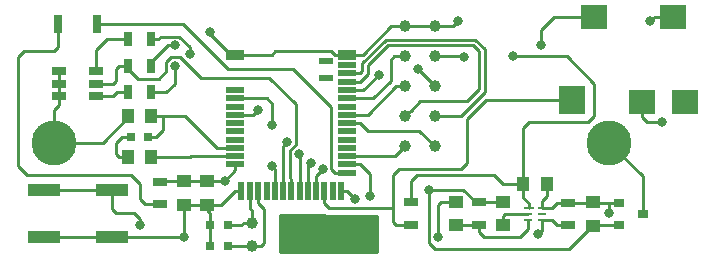
<source format=gtl>
G04 #@! TF.GenerationSoftware,KiCad,Pcbnew,no-vcs-found-e5c4cfc~61~ubuntu16.04.1*
G04 #@! TF.CreationDate,2017-11-03T16:10:43+05:30*
G04 #@! TF.ProjectId,snap_rev2,736E61705F726576322E6B696361645F,rev?*
G04 #@! TF.SameCoordinates,Original*
G04 #@! TF.FileFunction,Copper,L1,Top,Signal*
G04 #@! TF.FilePolarity,Positive*
%FSLAX46Y46*%
G04 Gerber Fmt 4.6, Leading zero omitted, Abs format (unit mm)*
G04 Created by KiCad (PCBNEW no-vcs-found-e5c4cfc~61~ubuntu16.04.1) date Fri Nov  3 16:10:43 2017*
%MOMM*%
%LPD*%
G01*
G04 APERTURE LIST*
%ADD10C,3.800000*%
%ADD11R,0.700000X1.300000*%
%ADD12R,0.750000X1.600000*%
%ADD13C,1.000000*%
%ADD14R,1.200000X0.500000*%
%ADD15R,1.600000X0.900000*%
%ADD16R,1.600000X0.500000*%
%ADD17R,0.500000X1.600000*%
%ADD18R,0.850000X0.280000*%
%ADD19R,0.750000X0.280000*%
%ADD20R,1.300000X0.700000*%
%ADD21R,0.900000X0.800000*%
%ADD22R,1.250000X1.000000*%
%ADD23R,1.000000X1.250000*%
%ADD24R,0.800000X0.750000*%
%ADD25R,2.200000X2.000000*%
%ADD26R,2.200000X2.400000*%
%ADD27R,2.750000X1.000000*%
%ADD28C,0.800000*%
%ADD29C,0.250000*%
%ADD30C,0.254000*%
G04 APERTURE END LIST*
D10*
X102000000Y-100000000D03*
X55000000Y-100000000D03*
D11*
X61300000Y-93500000D03*
X63200000Y-93500000D03*
D12*
X55375000Y-90000000D03*
X58625000Y-90000000D03*
D13*
X84730000Y-100330000D03*
X84730000Y-97790000D03*
X84730000Y-95250000D03*
X84730000Y-92710000D03*
X84730000Y-90170000D03*
X87270000Y-90170000D03*
X87270000Y-92710000D03*
X87270000Y-95250000D03*
X87270000Y-97790000D03*
X87270000Y-100330000D03*
D14*
X78000000Y-94500000D03*
X78000000Y-93100000D03*
D15*
X79850000Y-92550000D03*
D16*
X79850000Y-93450000D03*
X79850000Y-94150000D03*
X79850000Y-94850000D03*
X79850000Y-95550000D03*
X79850000Y-96250000D03*
X79850000Y-96950000D03*
X79850000Y-97650000D03*
X79850000Y-98350000D03*
X79850000Y-99050000D03*
X79850000Y-99750000D03*
X79850000Y-100450000D03*
X79850000Y-101150000D03*
X79850000Y-101850000D03*
X79850000Y-102550000D03*
D17*
X79300000Y-104100000D03*
X78600000Y-104100000D03*
X77900000Y-104100000D03*
X77200000Y-104100000D03*
X76500000Y-104100000D03*
X75800000Y-104100000D03*
X75100000Y-104100000D03*
X74400000Y-104100000D03*
X73700000Y-104100000D03*
X73000000Y-104100000D03*
X72300000Y-104100000D03*
X71600000Y-104100000D03*
D16*
X70350000Y-101850000D03*
X70350000Y-101150000D03*
X70350000Y-100450000D03*
X70350000Y-99750000D03*
X70350000Y-99050000D03*
X70350000Y-98350000D03*
X70350000Y-97650000D03*
X70350000Y-96950000D03*
X70350000Y-96250000D03*
D15*
X70350000Y-92550000D03*
D16*
X70350000Y-95550000D03*
D17*
X70800000Y-104100000D03*
D18*
X95197000Y-105545000D03*
D19*
X95147000Y-106045000D03*
X95147000Y-106545000D03*
X96297000Y-106545000D03*
X96297000Y-106045000D03*
X96297000Y-105545000D03*
D20*
X64000000Y-105200000D03*
X64000000Y-103300000D03*
D11*
X61300000Y-95750000D03*
X63200000Y-95750000D03*
X61300000Y-91250000D03*
X63200000Y-91250000D03*
D20*
X85250000Y-106950000D03*
X85250000Y-105050000D03*
X98516000Y-105095000D03*
X98516000Y-106995000D03*
X91000000Y-106950000D03*
X91000000Y-105050000D03*
D21*
X102850000Y-105095000D03*
X102850000Y-106995000D03*
X104850000Y-106045000D03*
D22*
X93000000Y-105000000D03*
X93000000Y-107000000D03*
D23*
X61250000Y-101250000D03*
X63250000Y-101250000D03*
D24*
X61500000Y-99500000D03*
X63000000Y-99500000D03*
D20*
X55450000Y-93900000D03*
X55450000Y-95000000D03*
X55450000Y-96100000D03*
X58550000Y-96100000D03*
X58550000Y-95000000D03*
X58550000Y-93900000D03*
D23*
X94722000Y-103505000D03*
X96722000Y-103505000D03*
D24*
X68250000Y-108750000D03*
X69750000Y-108750000D03*
D22*
X68000000Y-103250000D03*
X68000000Y-105250000D03*
D24*
X68250000Y-107000000D03*
X69750000Y-107000000D03*
D22*
X66000000Y-103250000D03*
X66000000Y-105250000D03*
X89000000Y-107000000D03*
X89000000Y-105000000D03*
X100675000Y-107045000D03*
X100675000Y-105045000D03*
D23*
X63250000Y-97750000D03*
X61250000Y-97750000D03*
D25*
X107400000Y-89400000D03*
X100700000Y-89400000D03*
X108400000Y-96600000D03*
X104800000Y-96600000D03*
D26*
X98900000Y-96400000D03*
D27*
X59875000Y-104000000D03*
X54125000Y-104000000D03*
X54125000Y-108000000D03*
X59875000Y-108000000D03*
D13*
X71750000Y-106850000D03*
X71750000Y-108750000D03*
D28*
X66000000Y-108000000D03*
X102000008Y-106000000D03*
X87500000Y-108000000D03*
X68230832Y-90647776D03*
X78250000Y-107750000D03*
X80500000Y-104750000D03*
X89250000Y-89750000D03*
X105500000Y-89750000D03*
X72250000Y-97249966D03*
X86737340Y-104012660D03*
X69500000Y-103250000D03*
X93851531Y-92675766D03*
X89750000Y-92750000D03*
X73500000Y-98500000D03*
X96000000Y-107750000D03*
X62250000Y-107000000D03*
X81750000Y-104500000D03*
X85794134Y-93794136D03*
X82500000Y-94250000D03*
X65250000Y-93500000D03*
X73500000Y-102000000D03*
X65250000Y-91750000D03*
X75750000Y-101000000D03*
X66500000Y-92500000D03*
X74696207Y-99955472D03*
X96250000Y-91750000D03*
X77749662Y-102276421D03*
X76750000Y-101750000D03*
X106500000Y-98250000D03*
D29*
X107400000Y-89400000D02*
X105850000Y-89400000D01*
X105850000Y-89400000D02*
X105500000Y-89750000D01*
X62500000Y-108000000D02*
X66000000Y-108000000D01*
X59875000Y-108000000D02*
X62500000Y-108000000D01*
X59875000Y-108000000D02*
X54125000Y-108000000D01*
X55450000Y-96800000D02*
X55000000Y-97250000D01*
X55000000Y-97250000D02*
X55000000Y-100000000D01*
X55450000Y-96100000D02*
X55450000Y-96800000D01*
X55450000Y-95000000D02*
X55450000Y-96100000D01*
X55450000Y-93900000D02*
X55450000Y-95000000D01*
X59125000Y-100000000D02*
X55000000Y-100000000D01*
X61250000Y-97750000D02*
X61250000Y-97875000D01*
X61250000Y-97875000D02*
X59125000Y-100000000D01*
X66000000Y-105250000D02*
X66000000Y-108000000D01*
X79850000Y-92550000D02*
X81200000Y-92550000D01*
X81200000Y-92550000D02*
X83580000Y-90170000D01*
X83580000Y-90170000D02*
X84022894Y-90170000D01*
X84022894Y-90170000D02*
X84730000Y-90170000D01*
X79850000Y-92550000D02*
X78800000Y-92550000D01*
X78800000Y-92550000D02*
X78500000Y-92250000D01*
X78500000Y-92250000D02*
X73750000Y-92250000D01*
X73750000Y-92250000D02*
X73450000Y-92550000D01*
X73450000Y-92550000D02*
X70350000Y-92550000D01*
X102850000Y-105095000D02*
X102000000Y-105095000D01*
X102000000Y-105095000D02*
X100725000Y-105095000D01*
X102000008Y-106000000D02*
X102000008Y-105095008D01*
X102000008Y-105095008D02*
X102000000Y-105095000D01*
X87500000Y-108000000D02*
X87500000Y-105250000D01*
X87500000Y-105250000D02*
X87750000Y-105000000D01*
X87750000Y-105000000D02*
X89000000Y-105000000D01*
X70000000Y-92550000D02*
X68230832Y-90780832D01*
X68230832Y-90780832D02*
X68230832Y-90647776D01*
X70350000Y-92550000D02*
X70000000Y-92550000D01*
X79850000Y-104100000D02*
X80500000Y-104750000D01*
X79300000Y-104100000D02*
X79850000Y-104100000D01*
X87270000Y-90170000D02*
X88830000Y-90170000D01*
X88830000Y-90170000D02*
X89250000Y-89750000D01*
X70800000Y-104100000D02*
X70300000Y-104100000D01*
X70300000Y-104100000D02*
X69150000Y-105250000D01*
X69150000Y-105250000D02*
X68000000Y-105250000D01*
X87270000Y-90170000D02*
X84730000Y-90170000D01*
X63250000Y-97750000D02*
X64250000Y-97750000D01*
X64250000Y-97750000D02*
X66136410Y-97750000D01*
X63000000Y-99500000D02*
X63650000Y-99500000D01*
X63650000Y-99500000D02*
X64250000Y-98900000D01*
X64250000Y-98900000D02*
X64250000Y-97750000D01*
X66136410Y-97750000D02*
X68836410Y-100450000D01*
X68836410Y-100450000D02*
X70350000Y-100450000D01*
X71849966Y-97650000D02*
X72250000Y-97249966D01*
X70350000Y-97650000D02*
X71849966Y-97650000D01*
X90700000Y-105050000D02*
X89662660Y-104012660D01*
X86737340Y-108487340D02*
X86737340Y-104012660D01*
X98595000Y-109000000D02*
X87250000Y-109000000D01*
X100675000Y-107045000D02*
X100550000Y-107045000D01*
X89662660Y-104012660D02*
X86737340Y-104012660D01*
X91000000Y-105050000D02*
X90700000Y-105050000D01*
X100550000Y-107045000D02*
X98595000Y-109000000D01*
X87250000Y-109000000D02*
X86737340Y-108487340D01*
X94722000Y-103505000D02*
X94722000Y-98778000D01*
X94722000Y-98778000D02*
X95250000Y-98250000D01*
X95250000Y-98250000D02*
X100250000Y-98250000D01*
X100250000Y-98250000D02*
X100750000Y-97750000D01*
X100750000Y-97750000D02*
X100750000Y-95000000D01*
X100750000Y-95000000D02*
X98425766Y-92675766D01*
X98425766Y-92675766D02*
X93851531Y-92675766D01*
X85250000Y-105050000D02*
X85250000Y-103250000D01*
X85250000Y-103250000D02*
X85750000Y-102750000D01*
X85750000Y-102750000D02*
X92245000Y-102750000D01*
X92245000Y-102750000D02*
X93000000Y-103505000D01*
X93000000Y-103505000D02*
X94722000Y-103505000D01*
X69450000Y-103250000D02*
X69500000Y-103250000D01*
X87270000Y-92710000D02*
X89710000Y-92710000D01*
X89710000Y-92710000D02*
X89750000Y-92750000D01*
X66000000Y-103250000D02*
X64050000Y-103250000D01*
X64050000Y-103250000D02*
X64000000Y-103300000D01*
X61300000Y-95750000D02*
X60350000Y-95750000D01*
X60350000Y-95750000D02*
X60000000Y-96100000D01*
X60000000Y-96100000D02*
X58550000Y-96100000D01*
X60250000Y-94750000D02*
X60000000Y-95000000D01*
X60000000Y-95000000D02*
X58550000Y-95000000D01*
X60250000Y-93750000D02*
X60250000Y-94750000D01*
X60500000Y-93500000D02*
X60250000Y-93750000D01*
X61300000Y-93500000D02*
X60500000Y-93500000D01*
X75100000Y-104100000D02*
X75100000Y-103050000D01*
X75100000Y-103050000D02*
X75024999Y-102974999D01*
X64524999Y-93975001D02*
X63900000Y-94600000D01*
X75024999Y-102974999D02*
X75024999Y-100651999D01*
X75500000Y-96750000D02*
X73250000Y-94500000D01*
X64902004Y-92774994D02*
X64524999Y-93151999D01*
X75024999Y-100651999D02*
X75500000Y-100176998D01*
X62100000Y-94600000D02*
X61300000Y-93800000D01*
X61300000Y-93800000D02*
X61300000Y-93500000D01*
X75500000Y-100176998D02*
X75500000Y-96750000D01*
X73250000Y-94500000D02*
X67426998Y-94500000D01*
X67426998Y-94500000D02*
X65701992Y-92774994D01*
X63900000Y-94600000D02*
X62100000Y-94600000D01*
X65701992Y-92774994D02*
X64902004Y-92774994D01*
X64524999Y-93151999D02*
X64524999Y-93975001D01*
X58550000Y-93900000D02*
X58550000Y-92200000D01*
X59500000Y-91250000D02*
X58550000Y-92200000D01*
X61300000Y-91250000D02*
X59500000Y-91250000D01*
X60250000Y-101000000D02*
X60250000Y-100000000D01*
X61250000Y-101250000D02*
X60500000Y-101250000D01*
X60500000Y-101250000D02*
X60250000Y-101000000D01*
X60750000Y-99500000D02*
X60250000Y-100000000D01*
X61500000Y-99500000D02*
X60750000Y-99500000D01*
X73500000Y-96750000D02*
X73000000Y-96250000D01*
X73000000Y-96250000D02*
X70350000Y-96250000D01*
X73500000Y-98500000D02*
X73500000Y-96750000D01*
X96297000Y-106545000D02*
X96297000Y-107453000D01*
X96297000Y-107453000D02*
X96000000Y-107750000D01*
X59875000Y-104000000D02*
X59875000Y-104500000D01*
X60250000Y-106000000D02*
X59875000Y-105625000D01*
X59875000Y-105625000D02*
X59875000Y-104500000D01*
X61815685Y-106000000D02*
X60250000Y-106000000D01*
X62250000Y-107000000D02*
X62250000Y-106434315D01*
X62250000Y-106434315D02*
X61815685Y-106000000D01*
X54125000Y-104000000D02*
X59875000Y-104000000D01*
X58875000Y-104000000D02*
X60750000Y-104000000D01*
X79850000Y-101850000D02*
X80900000Y-101850000D01*
X81750000Y-102700000D02*
X81750000Y-104500000D01*
X80900000Y-101850000D02*
X81750000Y-102700000D01*
X59000000Y-103875000D02*
X58875000Y-104000000D01*
X68000000Y-105750000D02*
X68250000Y-106000000D01*
X68250000Y-106000000D02*
X68250000Y-107000000D01*
X68000000Y-105250000D02*
X68000000Y-105750000D01*
X66000000Y-105250000D02*
X68000000Y-105250000D01*
X68250000Y-108750000D02*
X68250000Y-107000000D01*
X96722000Y-104528000D02*
X96297000Y-104953000D01*
X96297000Y-104953000D02*
X96297000Y-105545000D01*
X96722000Y-103505000D02*
X96722000Y-104528000D01*
X98516000Y-105095000D02*
X97616000Y-105095000D01*
X97616000Y-105095000D02*
X97166000Y-105545000D01*
X97166000Y-105545000D02*
X96297000Y-105545000D01*
X98516000Y-105095000D02*
X100625000Y-105095000D01*
X100625000Y-105095000D02*
X100675000Y-105045000D01*
X100725000Y-105095000D02*
X100675000Y-105045000D01*
X91000000Y-105050000D02*
X92950000Y-105050000D01*
X92950000Y-105050000D02*
X93000000Y-105000000D01*
X102850000Y-106995000D02*
X100725000Y-106995000D01*
X100725000Y-106995000D02*
X100675000Y-107045000D01*
X91000000Y-106950000D02*
X89050000Y-106950000D01*
X89050000Y-106950000D02*
X89000000Y-107000000D01*
X94500000Y-108000000D02*
X95147000Y-107353000D01*
X95147000Y-107353000D02*
X95147000Y-106545000D01*
X91450000Y-108000000D02*
X94500000Y-108000000D01*
X91000000Y-106950000D02*
X91000000Y-107550000D01*
X91000000Y-107550000D02*
X91450000Y-108000000D01*
X70350000Y-101850000D02*
X70350000Y-102350000D01*
X70350000Y-102350000D02*
X69450000Y-103250000D01*
X69450000Y-103250000D02*
X68000000Y-103250000D01*
X66000000Y-103250000D02*
X68000000Y-103250000D01*
X95197000Y-105545000D02*
X95197000Y-105155000D01*
X95197000Y-105155000D02*
X94722000Y-104680000D01*
X94722000Y-104680000D02*
X94722000Y-103505000D01*
X71600000Y-105600000D02*
X71750000Y-105750000D01*
X71750000Y-105750000D02*
X71750000Y-106850000D01*
X71600000Y-104100000D02*
X71600000Y-105600000D01*
X70892894Y-107000000D02*
X69750000Y-107000000D01*
X71750000Y-106850000D02*
X71042894Y-106850000D01*
X71042894Y-106850000D02*
X70892894Y-107000000D01*
X72300000Y-104100000D02*
X72300000Y-105150000D01*
X72300000Y-105150000D02*
X72750000Y-105600000D01*
X72750000Y-105600000D02*
X72750000Y-108500000D01*
X72750000Y-108500000D02*
X72500000Y-108750000D01*
X72500000Y-108750000D02*
X71750000Y-108750000D01*
X71750000Y-108750000D02*
X69750000Y-108750000D01*
X95147000Y-106045000D02*
X93205000Y-106045000D01*
X93205000Y-106045000D02*
X93000000Y-106250000D01*
X93000000Y-106250000D02*
X93000000Y-107000000D01*
X98516000Y-106995000D02*
X97616000Y-106995000D01*
X97616000Y-106995000D02*
X97166000Y-106545000D01*
X97166000Y-106545000D02*
X96297000Y-106545000D01*
X81550000Y-99000000D02*
X85940000Y-99000000D01*
X85940000Y-99000000D02*
X87270000Y-100330000D01*
X79850000Y-98350000D02*
X80900000Y-98350000D01*
X80900000Y-98350000D02*
X81550000Y-99000000D01*
X79850000Y-101150000D02*
X83910000Y-101150000D01*
X83910000Y-101150000D02*
X84730000Y-100330000D01*
X91500000Y-95750000D02*
X89460000Y-97790000D01*
X87977106Y-97790000D02*
X87270000Y-97790000D01*
X89460000Y-97790000D02*
X87977106Y-97790000D01*
X90686400Y-91299989D02*
X91500000Y-92113589D01*
X83086421Y-91299989D02*
X90686400Y-91299989D01*
X81124976Y-93261434D02*
X83086421Y-91299989D01*
X91500000Y-92113589D02*
X91500000Y-95750000D01*
X81124976Y-93925024D02*
X81124976Y-93261434D01*
X80900000Y-94150000D02*
X81124976Y-93925024D01*
X79850000Y-94150000D02*
X80900000Y-94150000D01*
X85229999Y-97290001D02*
X84730000Y-97790000D01*
X91000000Y-95500000D02*
X90000000Y-96500000D01*
X86020000Y-96500000D02*
X85229999Y-97290001D01*
X79850000Y-94850000D02*
X80900000Y-94850000D01*
X90000000Y-96500000D02*
X86020000Y-96500000D01*
X91000000Y-92250000D02*
X91000000Y-95500000D01*
X81574987Y-94175013D02*
X81574987Y-93447835D01*
X81574987Y-93447835D02*
X83272821Y-91750000D01*
X80900000Y-94850000D02*
X81574987Y-94175013D01*
X90500000Y-91750000D02*
X91000000Y-92250000D01*
X83272821Y-91750000D02*
X90500000Y-91750000D01*
X85814136Y-93794136D02*
X85794134Y-93794136D01*
X87270000Y-95250000D02*
X85814136Y-93794136D01*
X82500000Y-94250000D02*
X81200000Y-95550000D01*
X81200000Y-95550000D02*
X79850000Y-95550000D01*
X84000000Y-95250000D02*
X81600000Y-97650000D01*
X81600000Y-97650000D02*
X79850000Y-97650000D01*
X84730000Y-95250000D02*
X84000000Y-95250000D01*
X83500000Y-94750000D02*
X82000000Y-96250000D01*
X83790000Y-92710000D02*
X83500000Y-93000000D01*
X83500000Y-93000000D02*
X83500000Y-94750000D01*
X84730000Y-92710000D02*
X83790000Y-92710000D01*
X82000000Y-96250000D02*
X79850000Y-96250000D01*
X65250000Y-95000000D02*
X64500000Y-95750000D01*
X64500000Y-95750000D02*
X63800000Y-95750000D01*
X63800000Y-95750000D02*
X63200000Y-95750000D01*
X65250000Y-93500000D02*
X65250000Y-95000000D01*
X73500000Y-102000000D02*
X73700000Y-102200000D01*
X73700000Y-102200000D02*
X73700000Y-104100000D01*
X63200000Y-93200000D02*
X64650000Y-91750000D01*
X64684315Y-91750000D02*
X65250000Y-91750000D01*
X63200000Y-93500000D02*
X63200000Y-93200000D01*
X64650000Y-91750000D02*
X64684315Y-91750000D01*
X75800000Y-104100000D02*
X75800000Y-101050000D01*
X75800000Y-101050000D02*
X75750000Y-101000000D01*
X66500000Y-91934315D02*
X66500000Y-92500000D01*
X63200000Y-91250000D02*
X63800000Y-91250000D01*
X64025001Y-91024999D02*
X65590684Y-91024999D01*
X65590684Y-91024999D02*
X66500000Y-91934315D01*
X63800000Y-91250000D02*
X64025001Y-91024999D01*
X74400000Y-104100000D02*
X74400000Y-100251679D01*
X74400000Y-100251679D02*
X74696207Y-99955472D01*
X104850000Y-106045000D02*
X104850000Y-102850000D01*
X104850000Y-102850000D02*
X102000000Y-100000000D01*
X97350000Y-89400000D02*
X96250000Y-90500000D01*
X96250000Y-90500000D02*
X96250000Y-91750000D01*
X100700000Y-89400000D02*
X97350000Y-89400000D01*
X77200000Y-104100000D02*
X77200000Y-102826083D01*
X77200000Y-102826083D02*
X77749662Y-102276421D01*
X104800000Y-96600000D02*
X104800000Y-97850000D01*
X104800000Y-97850000D02*
X105200000Y-98250000D01*
X105200000Y-98250000D02*
X105500000Y-98250000D01*
X76500000Y-102000000D02*
X76750000Y-101750000D01*
X76500000Y-104100000D02*
X76500000Y-102000000D01*
X106500000Y-98250000D02*
X105500000Y-98250000D01*
X70350000Y-101150000D02*
X66600000Y-101150000D01*
X66600000Y-101150000D02*
X66500000Y-101250000D01*
X63250000Y-101250000D02*
X66500000Y-101250000D01*
X98900000Y-96400000D02*
X91600000Y-96400000D01*
X91600000Y-96400000D02*
X90000000Y-98000000D01*
X89500000Y-102250000D02*
X90000000Y-101750000D01*
X83750000Y-105500000D02*
X83750000Y-102750000D01*
X83750000Y-102750000D02*
X84250000Y-102250000D01*
X90000000Y-101750000D02*
X90000000Y-98000000D01*
X84250000Y-102250000D02*
X89500000Y-102250000D01*
X83750000Y-106750000D02*
X83950000Y-106950000D01*
X83950000Y-106950000D02*
X85250000Y-106950000D01*
X83750000Y-105500000D02*
X83750000Y-106750000D01*
X78250000Y-105500000D02*
X83750000Y-105500000D01*
X77900000Y-104100000D02*
X77900000Y-105150000D01*
X77900000Y-105150000D02*
X78250000Y-105500000D01*
X79850000Y-102550000D02*
X78800000Y-102550000D01*
X78500000Y-102250000D02*
X78500000Y-97000000D01*
X78800000Y-102550000D02*
X78500000Y-102250000D01*
X75250000Y-93750000D02*
X69709413Y-93750000D01*
X65959413Y-90000000D02*
X58625000Y-90000000D01*
X78500000Y-97000000D02*
X75250000Y-93750000D01*
X69709413Y-93750000D02*
X65959413Y-90000000D01*
X55000000Y-92250000D02*
X55375000Y-91875000D01*
X55375000Y-91875000D02*
X55375000Y-90000000D01*
X52500000Y-92250000D02*
X55000000Y-92250000D01*
X52000000Y-92750000D02*
X52500000Y-92250000D01*
X52000000Y-102000000D02*
X52000000Y-92750000D01*
X52750000Y-102750000D02*
X52000000Y-102000000D01*
X61500000Y-102750000D02*
X52750000Y-102750000D01*
X62250000Y-103500000D02*
X61500000Y-102750000D01*
X62250000Y-104750000D02*
X62250000Y-103500000D01*
X62700000Y-105200000D02*
X62250000Y-104750000D01*
X64000000Y-105200000D02*
X62700000Y-105200000D01*
D30*
G36*
X77959161Y-106202148D02*
X78250000Y-106260000D01*
X82373000Y-106260000D01*
X82373000Y-109290000D01*
X74127000Y-109290000D01*
X74127000Y-106127000D01*
X77846694Y-106127000D01*
X77959161Y-106202148D01*
X77959161Y-106202148D01*
G37*
X77959161Y-106202148D02*
X78250000Y-106260000D01*
X82373000Y-106260000D01*
X82373000Y-109290000D01*
X74127000Y-109290000D01*
X74127000Y-106127000D01*
X77846694Y-106127000D01*
X77959161Y-106202148D01*
M02*

</source>
